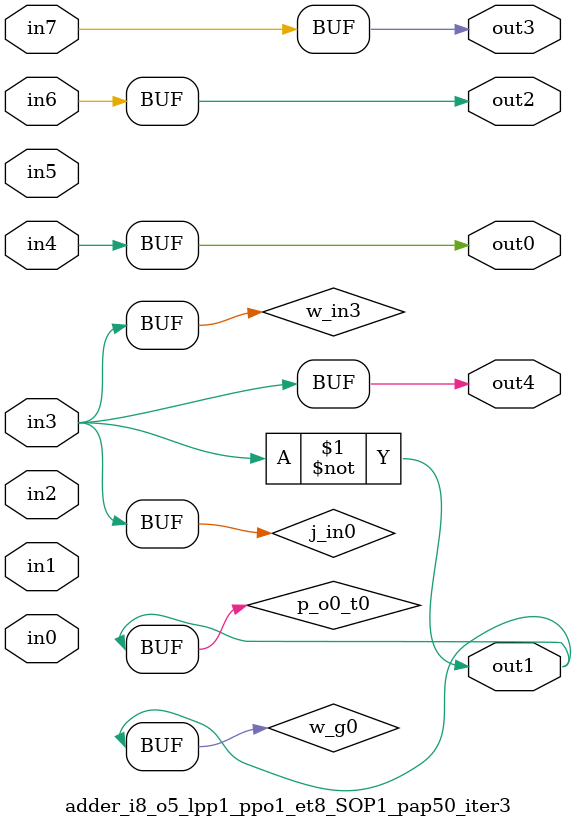
<source format=v>
module adder_i8_o5_lpp1_ppo1_et8_SOP1_pap50_iter3 (in0, in1, in2, in3, in4, in5, in6, in7, out0, out1, out2, out3, out4);
//input/output declarations
input in0, in1, in2, in3, in4, in5, in6, in7;
output out0, out1, out2, out3, out4;
//intact gates wires 
	//no intact gates detected!
//annotated subgraph inputs
wire w_in3;
//annotated subgraph outputs
wire w_g0;
//json input wires
wire j_in0;
//json model
wire p_o0_t0;
//subgraph inputs assigns
assign w_in3 = in3;
//mapping subgraph inputs to json inputs
assign j_in0 = w_in3;
//json model assigns (approximated/XPATed part)
assign p_o0_t0 = ~j_in0;
assign w_g0 = p_o0_t0;
// intact gates assigns
// output assigns
assign out0 = in4;
assign out1 = w_g0;
assign out2 = in6;
assign out3 = in7;
assign out4 = w_in3;
endmodule
</source>
